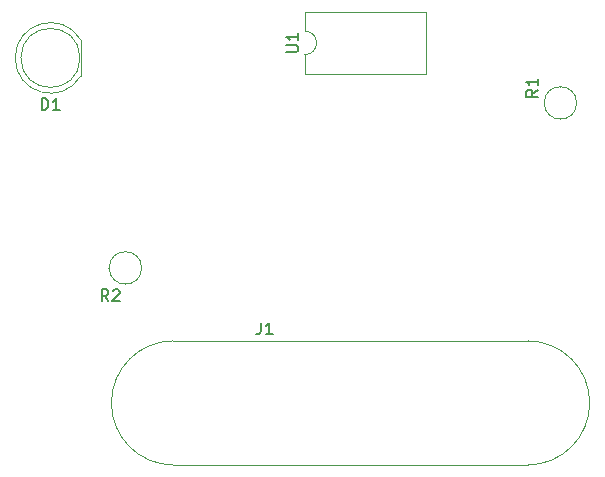
<source format=gbr>
%TF.GenerationSoftware,KiCad,Pcbnew,(5.1.6)-1*%
%TF.CreationDate,2020-06-23T22:38:07-07:00*%
%TF.ProjectId,tutorial1,7475746f-7269-4616-9c31-2e6b69636164,rev?*%
%TF.SameCoordinates,Original*%
%TF.FileFunction,Legend,Top*%
%TF.FilePolarity,Positive*%
%FSLAX46Y46*%
G04 Gerber Fmt 4.6, Leading zero omitted, Abs format (unit mm)*
G04 Created by KiCad (PCBNEW (5.1.6)-1) date 2020-06-23 22:38:07*
%MOMM*%
%LPD*%
G01*
G04 APERTURE LIST*
%ADD10C,0.120000*%
%ADD11C,0.150000*%
G04 APERTURE END LIST*
D10*
%TO.C,U1*%
X144720000Y-94980000D02*
X144720000Y-96630000D01*
X144720000Y-96630000D02*
X155000000Y-96630000D01*
X155000000Y-96630000D02*
X155000000Y-91330000D01*
X155000000Y-91330000D02*
X144720000Y-91330000D01*
X144720000Y-91330000D02*
X144720000Y-92980000D01*
X144720000Y-92980000D02*
G75*
G02*
X144720000Y-94980000I0J-1000000D01*
G01*
%TO.C,R2*%
X130910000Y-113030000D02*
G75*
G03*
X130910000Y-113030000I-1370000J0D01*
G01*
X128170000Y-113030000D02*
X128100000Y-113030000D01*
%TO.C,R1*%
X167740000Y-99060000D02*
G75*
G03*
X167740000Y-99060000I-1370000J0D01*
G01*
X166370000Y-97690000D02*
X166370000Y-97620000D01*
%TO.C,J1*%
X133600000Y-129710000D02*
X163600000Y-129710000D01*
X163600000Y-119210000D02*
X133600000Y-119210000D01*
X133600000Y-119210000D02*
G75*
G03*
X133600000Y-129710000I0J-5250000D01*
G01*
X163600000Y-129710000D02*
G75*
G03*
X163600000Y-119210000I0J5250000D01*
G01*
%TO.C,D1*%
X125690000Y-95250000D02*
G75*
G03*
X125690000Y-95250000I-2500000J0D01*
G01*
X125750000Y-96795000D02*
X125750000Y-93705000D01*
X120200000Y-95250462D02*
G75*
G02*
X125750000Y-93705170I2990000J462D01*
G01*
X120200000Y-95249538D02*
G75*
G03*
X125750000Y-96794830I2990000J-462D01*
G01*
%TO.C,U1*%
D11*
X143172380Y-94741904D02*
X143981904Y-94741904D01*
X144077142Y-94694285D01*
X144124761Y-94646666D01*
X144172380Y-94551428D01*
X144172380Y-94360952D01*
X144124761Y-94265714D01*
X144077142Y-94218095D01*
X143981904Y-94170476D01*
X143172380Y-94170476D01*
X144172380Y-93170476D02*
X144172380Y-93741904D01*
X144172380Y-93456190D02*
X143172380Y-93456190D01*
X143315238Y-93551428D01*
X143410476Y-93646666D01*
X143458095Y-93741904D01*
%TO.C,R2*%
X128103333Y-115852380D02*
X127770000Y-115376190D01*
X127531904Y-115852380D02*
X127531904Y-114852380D01*
X127912857Y-114852380D01*
X128008095Y-114900000D01*
X128055714Y-114947619D01*
X128103333Y-115042857D01*
X128103333Y-115185714D01*
X128055714Y-115280952D01*
X128008095Y-115328571D01*
X127912857Y-115376190D01*
X127531904Y-115376190D01*
X128484285Y-114947619D02*
X128531904Y-114900000D01*
X128627142Y-114852380D01*
X128865238Y-114852380D01*
X128960476Y-114900000D01*
X129008095Y-114947619D01*
X129055714Y-115042857D01*
X129055714Y-115138095D01*
X129008095Y-115280952D01*
X128436666Y-115852380D01*
X129055714Y-115852380D01*
%TO.C,R1*%
X164452380Y-97956666D02*
X163976190Y-98290000D01*
X164452380Y-98528095D02*
X163452380Y-98528095D01*
X163452380Y-98147142D01*
X163500000Y-98051904D01*
X163547619Y-98004285D01*
X163642857Y-97956666D01*
X163785714Y-97956666D01*
X163880952Y-98004285D01*
X163928571Y-98051904D01*
X163976190Y-98147142D01*
X163976190Y-98528095D01*
X164452380Y-97004285D02*
X164452380Y-97575714D01*
X164452380Y-97290000D02*
X163452380Y-97290000D01*
X163595238Y-97385238D01*
X163690476Y-97480476D01*
X163738095Y-97575714D01*
%TO.C,J1*%
X141016666Y-117662380D02*
X141016666Y-118376666D01*
X140969047Y-118519523D01*
X140873809Y-118614761D01*
X140730952Y-118662380D01*
X140635714Y-118662380D01*
X142016666Y-118662380D02*
X141445238Y-118662380D01*
X141730952Y-118662380D02*
X141730952Y-117662380D01*
X141635714Y-117805238D01*
X141540476Y-117900476D01*
X141445238Y-117948095D01*
%TO.C,D1*%
X122451904Y-99662380D02*
X122451904Y-98662380D01*
X122690000Y-98662380D01*
X122832857Y-98710000D01*
X122928095Y-98805238D01*
X122975714Y-98900476D01*
X123023333Y-99090952D01*
X123023333Y-99233809D01*
X122975714Y-99424285D01*
X122928095Y-99519523D01*
X122832857Y-99614761D01*
X122690000Y-99662380D01*
X122451904Y-99662380D01*
X123975714Y-99662380D02*
X123404285Y-99662380D01*
X123690000Y-99662380D02*
X123690000Y-98662380D01*
X123594761Y-98805238D01*
X123499523Y-98900476D01*
X123404285Y-98948095D01*
%TD*%
M02*

</source>
